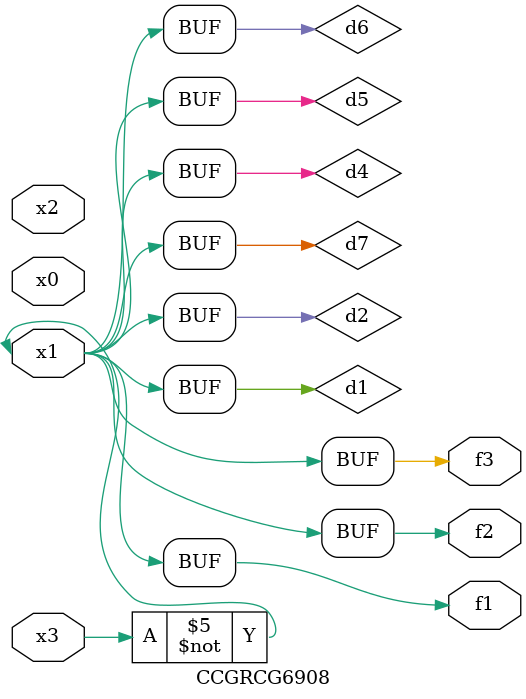
<source format=v>
module CCGRCG6908(
	input x0, x1, x2, x3,
	output f1, f2, f3
);

	wire d1, d2, d3, d4, d5, d6, d7;

	not (d1, x3);
	buf (d2, x1);
	xnor (d3, d1, d2);
	nor (d4, d1);
	buf (d5, d1, d2);
	buf (d6, d4, d5);
	nand (d7, d4);
	assign f1 = d6;
	assign f2 = d7;
	assign f3 = d6;
endmodule

</source>
